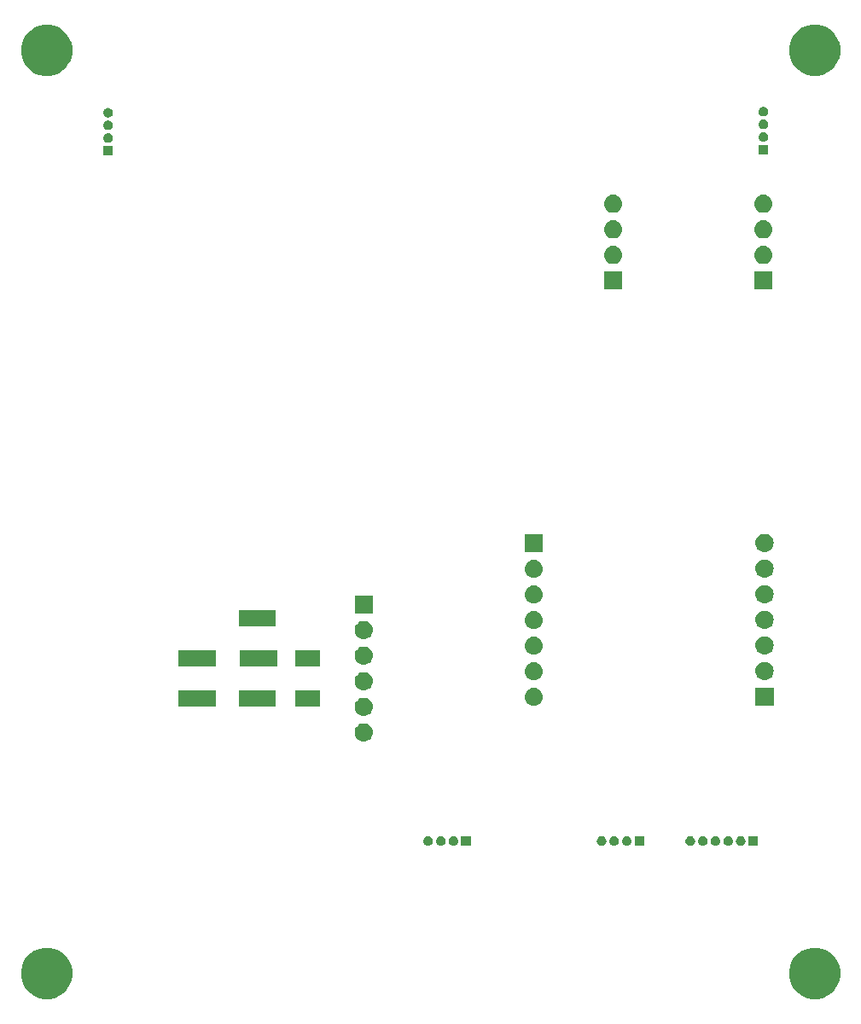
<source format=gbr>
G04 #@! TF.GenerationSoftware,KiCad,Pcbnew,(5.1.2)-2*
G04 #@! TF.CreationDate,2021-05-04T11:05:58-04:00*
G04 #@! TF.ProjectId,Magnetometer_A,4d61676e-6574-46f6-9d65-7465725f412e,rev?*
G04 #@! TF.SameCoordinates,Original*
G04 #@! TF.FileFunction,Soldermask,Top*
G04 #@! TF.FilePolarity,Negative*
%FSLAX46Y46*%
G04 Gerber Fmt 4.6, Leading zero omitted, Abs format (unit mm)*
G04 Created by KiCad (PCBNEW (5.1.2)-2) date 2021-05-04 11:05:58*
%MOMM*%
%LPD*%
G04 APERTURE LIST*
%ADD10C,0.100000*%
G04 APERTURE END LIST*
D10*
G36*
X115844098Y-125297033D02*
G01*
X116308350Y-125489332D01*
X116308352Y-125489333D01*
X116726168Y-125768509D01*
X117081491Y-126123832D01*
X117360667Y-126541648D01*
X117360668Y-126541650D01*
X117552967Y-127005902D01*
X117651000Y-127498747D01*
X117651000Y-128001253D01*
X117552967Y-128494098D01*
X117360668Y-128958350D01*
X117360667Y-128958352D01*
X117081491Y-129376168D01*
X116726168Y-129731491D01*
X116308352Y-130010667D01*
X116308351Y-130010668D01*
X116308350Y-130010668D01*
X115844098Y-130202967D01*
X115351253Y-130301000D01*
X114848747Y-130301000D01*
X114355902Y-130202967D01*
X113891650Y-130010668D01*
X113891649Y-130010668D01*
X113891648Y-130010667D01*
X113473832Y-129731491D01*
X113118509Y-129376168D01*
X112839333Y-128958352D01*
X112839332Y-128958350D01*
X112647033Y-128494098D01*
X112549000Y-128001253D01*
X112549000Y-127498747D01*
X112647033Y-127005902D01*
X112839332Y-126541650D01*
X112839333Y-126541648D01*
X113118509Y-126123832D01*
X113473832Y-125768509D01*
X113891648Y-125489333D01*
X113891650Y-125489332D01*
X114355902Y-125297033D01*
X114848747Y-125199000D01*
X115351253Y-125199000D01*
X115844098Y-125297033D01*
X115844098Y-125297033D01*
G37*
G36*
X39644098Y-125297033D02*
G01*
X40108350Y-125489332D01*
X40108352Y-125489333D01*
X40526168Y-125768509D01*
X40881491Y-126123832D01*
X41160667Y-126541648D01*
X41160668Y-126541650D01*
X41352967Y-127005902D01*
X41451000Y-127498747D01*
X41451000Y-128001253D01*
X41352967Y-128494098D01*
X41160668Y-128958350D01*
X41160667Y-128958352D01*
X40881491Y-129376168D01*
X40526168Y-129731491D01*
X40108352Y-130010667D01*
X40108351Y-130010668D01*
X40108350Y-130010668D01*
X39644098Y-130202967D01*
X39151253Y-130301000D01*
X38648747Y-130301000D01*
X38155902Y-130202967D01*
X37691650Y-130010668D01*
X37691649Y-130010668D01*
X37691648Y-130010667D01*
X37273832Y-129731491D01*
X36918509Y-129376168D01*
X36639333Y-128958352D01*
X36639332Y-128958350D01*
X36447033Y-128494098D01*
X36349000Y-128001253D01*
X36349000Y-127498747D01*
X36447033Y-127005902D01*
X36639332Y-126541650D01*
X36639333Y-126541648D01*
X36918509Y-126123832D01*
X37273832Y-125768509D01*
X37691648Y-125489333D01*
X37691650Y-125489332D01*
X38155902Y-125297033D01*
X38648747Y-125199000D01*
X39151253Y-125199000D01*
X39644098Y-125297033D01*
X39644098Y-125297033D01*
G37*
G36*
X76888843Y-114142292D02*
G01*
X76939588Y-114163311D01*
X76975470Y-114178174D01*
X77053432Y-114230267D01*
X77119733Y-114296568D01*
X77171826Y-114374530D01*
X77171826Y-114374531D01*
X77207708Y-114461157D01*
X77226000Y-114553117D01*
X77226000Y-114646883D01*
X77207708Y-114738843D01*
X77186689Y-114789588D01*
X77171826Y-114825470D01*
X77119733Y-114903432D01*
X77053432Y-114969733D01*
X76975470Y-115021826D01*
X76939588Y-115036689D01*
X76888843Y-115057708D01*
X76796883Y-115076000D01*
X76703117Y-115076000D01*
X76611157Y-115057708D01*
X76560412Y-115036689D01*
X76524530Y-115021826D01*
X76446568Y-114969733D01*
X76380267Y-114903432D01*
X76328174Y-114825470D01*
X76313311Y-114789588D01*
X76292292Y-114738843D01*
X76274000Y-114646883D01*
X76274000Y-114553117D01*
X76292292Y-114461157D01*
X76328174Y-114374531D01*
X76328174Y-114374530D01*
X76380267Y-114296568D01*
X76446568Y-114230267D01*
X76524530Y-114178174D01*
X76560412Y-114163311D01*
X76611157Y-114142292D01*
X76703117Y-114124000D01*
X76796883Y-114124000D01*
X76888843Y-114142292D01*
X76888843Y-114142292D01*
G37*
G36*
X79388843Y-114142292D02*
G01*
X79439588Y-114163311D01*
X79475470Y-114178174D01*
X79553432Y-114230267D01*
X79619733Y-114296568D01*
X79671826Y-114374530D01*
X79671826Y-114374531D01*
X79707708Y-114461157D01*
X79726000Y-114553117D01*
X79726000Y-114646883D01*
X79707708Y-114738843D01*
X79686689Y-114789588D01*
X79671826Y-114825470D01*
X79619733Y-114903432D01*
X79553432Y-114969733D01*
X79475470Y-115021826D01*
X79439588Y-115036689D01*
X79388843Y-115057708D01*
X79296883Y-115076000D01*
X79203117Y-115076000D01*
X79111157Y-115057708D01*
X79060412Y-115036689D01*
X79024530Y-115021826D01*
X78946568Y-114969733D01*
X78880267Y-114903432D01*
X78828174Y-114825470D01*
X78813311Y-114789588D01*
X78792292Y-114738843D01*
X78774000Y-114646883D01*
X78774000Y-114553117D01*
X78792292Y-114461157D01*
X78828174Y-114374531D01*
X78828174Y-114374530D01*
X78880267Y-114296568D01*
X78946568Y-114230267D01*
X79024530Y-114178174D01*
X79060412Y-114163311D01*
X79111157Y-114142292D01*
X79203117Y-114124000D01*
X79296883Y-114124000D01*
X79388843Y-114142292D01*
X79388843Y-114142292D01*
G37*
G36*
X80976000Y-115076000D02*
G01*
X80024000Y-115076000D01*
X80024000Y-114124000D01*
X80976000Y-114124000D01*
X80976000Y-115076000D01*
X80976000Y-115076000D01*
G37*
G36*
X102888843Y-114142292D02*
G01*
X102939588Y-114163311D01*
X102975470Y-114178174D01*
X103053432Y-114230267D01*
X103119733Y-114296568D01*
X103171826Y-114374530D01*
X103171826Y-114374531D01*
X103207708Y-114461157D01*
X103226000Y-114553117D01*
X103226000Y-114646883D01*
X103207708Y-114738843D01*
X103186689Y-114789588D01*
X103171826Y-114825470D01*
X103119733Y-114903432D01*
X103053432Y-114969733D01*
X102975470Y-115021826D01*
X102939588Y-115036689D01*
X102888843Y-115057708D01*
X102796883Y-115076000D01*
X102703117Y-115076000D01*
X102611157Y-115057708D01*
X102560412Y-115036689D01*
X102524530Y-115021826D01*
X102446568Y-114969733D01*
X102380267Y-114903432D01*
X102328174Y-114825470D01*
X102313311Y-114789588D01*
X102292292Y-114738843D01*
X102274000Y-114646883D01*
X102274000Y-114553117D01*
X102292292Y-114461157D01*
X102328174Y-114374531D01*
X102328174Y-114374530D01*
X102380267Y-114296568D01*
X102446568Y-114230267D01*
X102524530Y-114178174D01*
X102560412Y-114163311D01*
X102611157Y-114142292D01*
X102703117Y-114124000D01*
X102796883Y-114124000D01*
X102888843Y-114142292D01*
X102888843Y-114142292D01*
G37*
G36*
X104138843Y-114142292D02*
G01*
X104189588Y-114163311D01*
X104225470Y-114178174D01*
X104303432Y-114230267D01*
X104369733Y-114296568D01*
X104421826Y-114374530D01*
X104421826Y-114374531D01*
X104457708Y-114461157D01*
X104476000Y-114553117D01*
X104476000Y-114646883D01*
X104457708Y-114738843D01*
X104436689Y-114789588D01*
X104421826Y-114825470D01*
X104369733Y-114903432D01*
X104303432Y-114969733D01*
X104225470Y-115021826D01*
X104189588Y-115036689D01*
X104138843Y-115057708D01*
X104046883Y-115076000D01*
X103953117Y-115076000D01*
X103861157Y-115057708D01*
X103810412Y-115036689D01*
X103774530Y-115021826D01*
X103696568Y-114969733D01*
X103630267Y-114903432D01*
X103578174Y-114825470D01*
X103563311Y-114789588D01*
X103542292Y-114738843D01*
X103524000Y-114646883D01*
X103524000Y-114553117D01*
X103542292Y-114461157D01*
X103578174Y-114374531D01*
X103578174Y-114374530D01*
X103630267Y-114296568D01*
X103696568Y-114230267D01*
X103774530Y-114178174D01*
X103810412Y-114163311D01*
X103861157Y-114142292D01*
X103953117Y-114124000D01*
X104046883Y-114124000D01*
X104138843Y-114142292D01*
X104138843Y-114142292D01*
G37*
G36*
X105388843Y-114142292D02*
G01*
X105439588Y-114163311D01*
X105475470Y-114178174D01*
X105553432Y-114230267D01*
X105619733Y-114296568D01*
X105671826Y-114374530D01*
X105671826Y-114374531D01*
X105707708Y-114461157D01*
X105726000Y-114553117D01*
X105726000Y-114646883D01*
X105707708Y-114738843D01*
X105686689Y-114789588D01*
X105671826Y-114825470D01*
X105619733Y-114903432D01*
X105553432Y-114969733D01*
X105475470Y-115021826D01*
X105439588Y-115036689D01*
X105388843Y-115057708D01*
X105296883Y-115076000D01*
X105203117Y-115076000D01*
X105111157Y-115057708D01*
X105060412Y-115036689D01*
X105024530Y-115021826D01*
X104946568Y-114969733D01*
X104880267Y-114903432D01*
X104828174Y-114825470D01*
X104813311Y-114789588D01*
X104792292Y-114738843D01*
X104774000Y-114646883D01*
X104774000Y-114553117D01*
X104792292Y-114461157D01*
X104828174Y-114374531D01*
X104828174Y-114374530D01*
X104880267Y-114296568D01*
X104946568Y-114230267D01*
X105024530Y-114178174D01*
X105060412Y-114163311D01*
X105111157Y-114142292D01*
X105203117Y-114124000D01*
X105296883Y-114124000D01*
X105388843Y-114142292D01*
X105388843Y-114142292D01*
G37*
G36*
X106638843Y-114142292D02*
G01*
X106689588Y-114163311D01*
X106725470Y-114178174D01*
X106803432Y-114230267D01*
X106869733Y-114296568D01*
X106921826Y-114374530D01*
X106921826Y-114374531D01*
X106957708Y-114461157D01*
X106976000Y-114553117D01*
X106976000Y-114646883D01*
X106957708Y-114738843D01*
X106936689Y-114789588D01*
X106921826Y-114825470D01*
X106869733Y-114903432D01*
X106803432Y-114969733D01*
X106725470Y-115021826D01*
X106689588Y-115036689D01*
X106638843Y-115057708D01*
X106546883Y-115076000D01*
X106453117Y-115076000D01*
X106361157Y-115057708D01*
X106310412Y-115036689D01*
X106274530Y-115021826D01*
X106196568Y-114969733D01*
X106130267Y-114903432D01*
X106078174Y-114825470D01*
X106063311Y-114789588D01*
X106042292Y-114738843D01*
X106024000Y-114646883D01*
X106024000Y-114553117D01*
X106042292Y-114461157D01*
X106078174Y-114374531D01*
X106078174Y-114374530D01*
X106130267Y-114296568D01*
X106196568Y-114230267D01*
X106274530Y-114178174D01*
X106310412Y-114163311D01*
X106361157Y-114142292D01*
X106453117Y-114124000D01*
X106546883Y-114124000D01*
X106638843Y-114142292D01*
X106638843Y-114142292D01*
G37*
G36*
X109476000Y-115076000D02*
G01*
X108524000Y-115076000D01*
X108524000Y-114124000D01*
X109476000Y-114124000D01*
X109476000Y-115076000D01*
X109476000Y-115076000D01*
G37*
G36*
X98176000Y-115076000D02*
G01*
X97224000Y-115076000D01*
X97224000Y-114124000D01*
X98176000Y-114124000D01*
X98176000Y-115076000D01*
X98176000Y-115076000D01*
G37*
G36*
X96588843Y-114142292D02*
G01*
X96639588Y-114163311D01*
X96675470Y-114178174D01*
X96753432Y-114230267D01*
X96819733Y-114296568D01*
X96871826Y-114374530D01*
X96871826Y-114374531D01*
X96907708Y-114461157D01*
X96926000Y-114553117D01*
X96926000Y-114646883D01*
X96907708Y-114738843D01*
X96886689Y-114789588D01*
X96871826Y-114825470D01*
X96819733Y-114903432D01*
X96753432Y-114969733D01*
X96675470Y-115021826D01*
X96639588Y-115036689D01*
X96588843Y-115057708D01*
X96496883Y-115076000D01*
X96403117Y-115076000D01*
X96311157Y-115057708D01*
X96260412Y-115036689D01*
X96224530Y-115021826D01*
X96146568Y-114969733D01*
X96080267Y-114903432D01*
X96028174Y-114825470D01*
X96013311Y-114789588D01*
X95992292Y-114738843D01*
X95974000Y-114646883D01*
X95974000Y-114553117D01*
X95992292Y-114461157D01*
X96028174Y-114374531D01*
X96028174Y-114374530D01*
X96080267Y-114296568D01*
X96146568Y-114230267D01*
X96224530Y-114178174D01*
X96260412Y-114163311D01*
X96311157Y-114142292D01*
X96403117Y-114124000D01*
X96496883Y-114124000D01*
X96588843Y-114142292D01*
X96588843Y-114142292D01*
G37*
G36*
X95338843Y-114142292D02*
G01*
X95389588Y-114163311D01*
X95425470Y-114178174D01*
X95503432Y-114230267D01*
X95569733Y-114296568D01*
X95621826Y-114374530D01*
X95621826Y-114374531D01*
X95657708Y-114461157D01*
X95676000Y-114553117D01*
X95676000Y-114646883D01*
X95657708Y-114738843D01*
X95636689Y-114789588D01*
X95621826Y-114825470D01*
X95569733Y-114903432D01*
X95503432Y-114969733D01*
X95425470Y-115021826D01*
X95389588Y-115036689D01*
X95338843Y-115057708D01*
X95246883Y-115076000D01*
X95153117Y-115076000D01*
X95061157Y-115057708D01*
X95010412Y-115036689D01*
X94974530Y-115021826D01*
X94896568Y-114969733D01*
X94830267Y-114903432D01*
X94778174Y-114825470D01*
X94763311Y-114789588D01*
X94742292Y-114738843D01*
X94724000Y-114646883D01*
X94724000Y-114553117D01*
X94742292Y-114461157D01*
X94778174Y-114374531D01*
X94778174Y-114374530D01*
X94830267Y-114296568D01*
X94896568Y-114230267D01*
X94974530Y-114178174D01*
X95010412Y-114163311D01*
X95061157Y-114142292D01*
X95153117Y-114124000D01*
X95246883Y-114124000D01*
X95338843Y-114142292D01*
X95338843Y-114142292D01*
G37*
G36*
X94088843Y-114142292D02*
G01*
X94139588Y-114163311D01*
X94175470Y-114178174D01*
X94253432Y-114230267D01*
X94319733Y-114296568D01*
X94371826Y-114374530D01*
X94371826Y-114374531D01*
X94407708Y-114461157D01*
X94426000Y-114553117D01*
X94426000Y-114646883D01*
X94407708Y-114738843D01*
X94386689Y-114789588D01*
X94371826Y-114825470D01*
X94319733Y-114903432D01*
X94253432Y-114969733D01*
X94175470Y-115021826D01*
X94139588Y-115036689D01*
X94088843Y-115057708D01*
X93996883Y-115076000D01*
X93903117Y-115076000D01*
X93811157Y-115057708D01*
X93760412Y-115036689D01*
X93724530Y-115021826D01*
X93646568Y-114969733D01*
X93580267Y-114903432D01*
X93528174Y-114825470D01*
X93513311Y-114789588D01*
X93492292Y-114738843D01*
X93474000Y-114646883D01*
X93474000Y-114553117D01*
X93492292Y-114461157D01*
X93528174Y-114374531D01*
X93528174Y-114374530D01*
X93580267Y-114296568D01*
X93646568Y-114230267D01*
X93724530Y-114178174D01*
X93760412Y-114163311D01*
X93811157Y-114142292D01*
X93903117Y-114124000D01*
X93996883Y-114124000D01*
X94088843Y-114142292D01*
X94088843Y-114142292D01*
G37*
G36*
X107888843Y-114142292D02*
G01*
X107939588Y-114163311D01*
X107975470Y-114178174D01*
X108053432Y-114230267D01*
X108119733Y-114296568D01*
X108171826Y-114374530D01*
X108171826Y-114374531D01*
X108207708Y-114461157D01*
X108226000Y-114553117D01*
X108226000Y-114646883D01*
X108207708Y-114738843D01*
X108186689Y-114789588D01*
X108171826Y-114825470D01*
X108119733Y-114903432D01*
X108053432Y-114969733D01*
X107975470Y-115021826D01*
X107939588Y-115036689D01*
X107888843Y-115057708D01*
X107796883Y-115076000D01*
X107703117Y-115076000D01*
X107611157Y-115057708D01*
X107560412Y-115036689D01*
X107524530Y-115021826D01*
X107446568Y-114969733D01*
X107380267Y-114903432D01*
X107328174Y-114825470D01*
X107313311Y-114789588D01*
X107292292Y-114738843D01*
X107274000Y-114646883D01*
X107274000Y-114553117D01*
X107292292Y-114461157D01*
X107328174Y-114374531D01*
X107328174Y-114374530D01*
X107380267Y-114296568D01*
X107446568Y-114230267D01*
X107524530Y-114178174D01*
X107560412Y-114163311D01*
X107611157Y-114142292D01*
X107703117Y-114124000D01*
X107796883Y-114124000D01*
X107888843Y-114142292D01*
X107888843Y-114142292D01*
G37*
G36*
X78138843Y-114142292D02*
G01*
X78189588Y-114163311D01*
X78225470Y-114178174D01*
X78303432Y-114230267D01*
X78369733Y-114296568D01*
X78421826Y-114374530D01*
X78421826Y-114374531D01*
X78457708Y-114461157D01*
X78476000Y-114553117D01*
X78476000Y-114646883D01*
X78457708Y-114738843D01*
X78436689Y-114789588D01*
X78421826Y-114825470D01*
X78369733Y-114903432D01*
X78303432Y-114969733D01*
X78225470Y-115021826D01*
X78189588Y-115036689D01*
X78138843Y-115057708D01*
X78046883Y-115076000D01*
X77953117Y-115076000D01*
X77861157Y-115057708D01*
X77810412Y-115036689D01*
X77774530Y-115021826D01*
X77696568Y-114969733D01*
X77630267Y-114903432D01*
X77578174Y-114825470D01*
X77563311Y-114789588D01*
X77542292Y-114738843D01*
X77524000Y-114646883D01*
X77524000Y-114553117D01*
X77542292Y-114461157D01*
X77578174Y-114374531D01*
X77578174Y-114374530D01*
X77630267Y-114296568D01*
X77696568Y-114230267D01*
X77774530Y-114178174D01*
X77810412Y-114163311D01*
X77861157Y-114142292D01*
X77953117Y-114124000D01*
X78046883Y-114124000D01*
X78138843Y-114142292D01*
X78138843Y-114142292D01*
G37*
G36*
X70460443Y-102935519D02*
G01*
X70526627Y-102942037D01*
X70696466Y-102993557D01*
X70852991Y-103077222D01*
X70888729Y-103106552D01*
X70990186Y-103189814D01*
X71073448Y-103291271D01*
X71102778Y-103327009D01*
X71186443Y-103483534D01*
X71237963Y-103653373D01*
X71255359Y-103830000D01*
X71237963Y-104006627D01*
X71186443Y-104176466D01*
X71102778Y-104332991D01*
X71073448Y-104368729D01*
X70990186Y-104470186D01*
X70888729Y-104553448D01*
X70852991Y-104582778D01*
X70696466Y-104666443D01*
X70526627Y-104717963D01*
X70460443Y-104724481D01*
X70394260Y-104731000D01*
X70305740Y-104731000D01*
X70239557Y-104724481D01*
X70173373Y-104717963D01*
X70003534Y-104666443D01*
X69847009Y-104582778D01*
X69811271Y-104553448D01*
X69709814Y-104470186D01*
X69626552Y-104368729D01*
X69597222Y-104332991D01*
X69513557Y-104176466D01*
X69462037Y-104006627D01*
X69444641Y-103830000D01*
X69462037Y-103653373D01*
X69513557Y-103483534D01*
X69597222Y-103327009D01*
X69626552Y-103291271D01*
X69709814Y-103189814D01*
X69811271Y-103106552D01*
X69847009Y-103077222D01*
X70003534Y-102993557D01*
X70173373Y-102942037D01*
X70239558Y-102935518D01*
X70305740Y-102929000D01*
X70394260Y-102929000D01*
X70460443Y-102935519D01*
X70460443Y-102935519D01*
G37*
G36*
X70460442Y-100395518D02*
G01*
X70526627Y-100402037D01*
X70696466Y-100453557D01*
X70852991Y-100537222D01*
X70888729Y-100566552D01*
X70990186Y-100649814D01*
X71073448Y-100751271D01*
X71102778Y-100787009D01*
X71186443Y-100943534D01*
X71237963Y-101113373D01*
X71255359Y-101290000D01*
X71237963Y-101466627D01*
X71186443Y-101636466D01*
X71102778Y-101792991D01*
X71073448Y-101828729D01*
X70990186Y-101930186D01*
X70888729Y-102013448D01*
X70852991Y-102042778D01*
X70696466Y-102126443D01*
X70526627Y-102177963D01*
X70460443Y-102184481D01*
X70394260Y-102191000D01*
X70305740Y-102191000D01*
X70239557Y-102184481D01*
X70173373Y-102177963D01*
X70003534Y-102126443D01*
X69847009Y-102042778D01*
X69811271Y-102013448D01*
X69709814Y-101930186D01*
X69626552Y-101828729D01*
X69597222Y-101792991D01*
X69513557Y-101636466D01*
X69462037Y-101466627D01*
X69444641Y-101290000D01*
X69462037Y-101113373D01*
X69513557Y-100943534D01*
X69597222Y-100787009D01*
X69626552Y-100751271D01*
X69709814Y-100649814D01*
X69811271Y-100566552D01*
X69847009Y-100537222D01*
X70003534Y-100453557D01*
X70173373Y-100402037D01*
X70239558Y-100395518D01*
X70305740Y-100389000D01*
X70394260Y-100389000D01*
X70460442Y-100395518D01*
X70460442Y-100395518D01*
G37*
G36*
X55651000Y-101301000D02*
G01*
X51949000Y-101301000D01*
X51949000Y-99699000D01*
X55651000Y-99699000D01*
X55651000Y-101301000D01*
X55651000Y-101301000D01*
G37*
G36*
X61651000Y-101301000D02*
G01*
X57949000Y-101301000D01*
X57949000Y-99699000D01*
X61651000Y-99699000D01*
X61651000Y-101301000D01*
X61651000Y-101301000D01*
G37*
G36*
X66001000Y-101301000D02*
G01*
X63599000Y-101301000D01*
X63599000Y-99699000D01*
X66001000Y-99699000D01*
X66001000Y-101301000D01*
X66001000Y-101301000D01*
G37*
G36*
X87330442Y-99415518D02*
G01*
X87396627Y-99422037D01*
X87566466Y-99473557D01*
X87722991Y-99557222D01*
X87758595Y-99586442D01*
X87860186Y-99669814D01*
X87943448Y-99771271D01*
X87972778Y-99807009D01*
X88056443Y-99963534D01*
X88107963Y-100133373D01*
X88125359Y-100310000D01*
X88107963Y-100486627D01*
X88056443Y-100656466D01*
X87972778Y-100812991D01*
X87943448Y-100848729D01*
X87860186Y-100950186D01*
X87758729Y-101033448D01*
X87722991Y-101062778D01*
X87566466Y-101146443D01*
X87396627Y-101197963D01*
X87330443Y-101204481D01*
X87264260Y-101211000D01*
X87175740Y-101211000D01*
X87109557Y-101204481D01*
X87043373Y-101197963D01*
X86873534Y-101146443D01*
X86717009Y-101062778D01*
X86681271Y-101033448D01*
X86579814Y-100950186D01*
X86496552Y-100848729D01*
X86467222Y-100812991D01*
X86383557Y-100656466D01*
X86332037Y-100486627D01*
X86314641Y-100310000D01*
X86332037Y-100133373D01*
X86383557Y-99963534D01*
X86467222Y-99807009D01*
X86496552Y-99771271D01*
X86579814Y-99669814D01*
X86681405Y-99586442D01*
X86717009Y-99557222D01*
X86873534Y-99473557D01*
X87043373Y-99422037D01*
X87109558Y-99415518D01*
X87175740Y-99409000D01*
X87264260Y-99409000D01*
X87330442Y-99415518D01*
X87330442Y-99415518D01*
G37*
G36*
X111021000Y-101181000D02*
G01*
X109219000Y-101181000D01*
X109219000Y-99379000D01*
X111021000Y-99379000D01*
X111021000Y-101181000D01*
X111021000Y-101181000D01*
G37*
G36*
X70460443Y-97855519D02*
G01*
X70526627Y-97862037D01*
X70696466Y-97913557D01*
X70852991Y-97997222D01*
X70888729Y-98026552D01*
X70990186Y-98109814D01*
X71073448Y-98211271D01*
X71102778Y-98247009D01*
X71186443Y-98403534D01*
X71237963Y-98573373D01*
X71255359Y-98750000D01*
X71237963Y-98926627D01*
X71186443Y-99096466D01*
X71102778Y-99252991D01*
X71073448Y-99288729D01*
X70990186Y-99390186D01*
X70888729Y-99473448D01*
X70852991Y-99502778D01*
X70696466Y-99586443D01*
X70526627Y-99637963D01*
X70460443Y-99644481D01*
X70394260Y-99651000D01*
X70305740Y-99651000D01*
X70239557Y-99644481D01*
X70173373Y-99637963D01*
X70003534Y-99586443D01*
X69847009Y-99502778D01*
X69811271Y-99473448D01*
X69709814Y-99390186D01*
X69626552Y-99288729D01*
X69597222Y-99252991D01*
X69513557Y-99096466D01*
X69462037Y-98926627D01*
X69444641Y-98750000D01*
X69462037Y-98573373D01*
X69513557Y-98403534D01*
X69597222Y-98247009D01*
X69626552Y-98211271D01*
X69709814Y-98109814D01*
X69811271Y-98026552D01*
X69847009Y-97997222D01*
X70003534Y-97913557D01*
X70173373Y-97862037D01*
X70239557Y-97855519D01*
X70305740Y-97849000D01*
X70394260Y-97849000D01*
X70460443Y-97855519D01*
X70460443Y-97855519D01*
G37*
G36*
X87330443Y-96875519D02*
G01*
X87396627Y-96882037D01*
X87566466Y-96933557D01*
X87722991Y-97017222D01*
X87758595Y-97046442D01*
X87860186Y-97129814D01*
X87943448Y-97231271D01*
X87972778Y-97267009D01*
X87972779Y-97267011D01*
X88040407Y-97393532D01*
X88056443Y-97423534D01*
X88107963Y-97593373D01*
X88125359Y-97770000D01*
X88107963Y-97946627D01*
X88056443Y-98116466D01*
X87972778Y-98272991D01*
X87943448Y-98308729D01*
X87860186Y-98410186D01*
X87759546Y-98492778D01*
X87722991Y-98522778D01*
X87722989Y-98522779D01*
X87622594Y-98576442D01*
X87566466Y-98606443D01*
X87396627Y-98657963D01*
X87330442Y-98664482D01*
X87264260Y-98671000D01*
X87175740Y-98671000D01*
X87109558Y-98664482D01*
X87043373Y-98657963D01*
X86873534Y-98606443D01*
X86817407Y-98576442D01*
X86717011Y-98522779D01*
X86717009Y-98522778D01*
X86680454Y-98492778D01*
X86579814Y-98410186D01*
X86496552Y-98308729D01*
X86467222Y-98272991D01*
X86383557Y-98116466D01*
X86332037Y-97946627D01*
X86314641Y-97770000D01*
X86332037Y-97593373D01*
X86383557Y-97423534D01*
X86399594Y-97393532D01*
X86467221Y-97267011D01*
X86467222Y-97267009D01*
X86496552Y-97231271D01*
X86579814Y-97129814D01*
X86681405Y-97046442D01*
X86717009Y-97017222D01*
X86873534Y-96933557D01*
X87043373Y-96882037D01*
X87109557Y-96875519D01*
X87175740Y-96869000D01*
X87264260Y-96869000D01*
X87330443Y-96875519D01*
X87330443Y-96875519D01*
G37*
G36*
X110230442Y-96845518D02*
G01*
X110296627Y-96852037D01*
X110466466Y-96903557D01*
X110466468Y-96903558D01*
X110544729Y-96945390D01*
X110622991Y-96987222D01*
X110658729Y-97016552D01*
X110760186Y-97099814D01*
X110843448Y-97201271D01*
X110872778Y-97237009D01*
X110956443Y-97393534D01*
X111007963Y-97563373D01*
X111025359Y-97740000D01*
X111007963Y-97916627D01*
X110956443Y-98086466D01*
X110956442Y-98086468D01*
X110914611Y-98164728D01*
X110872778Y-98242991D01*
X110848159Y-98272989D01*
X110760186Y-98380186D01*
X110658729Y-98463448D01*
X110622991Y-98492778D01*
X110466466Y-98576443D01*
X110296627Y-98627963D01*
X110230443Y-98634481D01*
X110164260Y-98641000D01*
X110075740Y-98641000D01*
X110009558Y-98634482D01*
X109943373Y-98627963D01*
X109773534Y-98576443D01*
X109617009Y-98492778D01*
X109581271Y-98463448D01*
X109479814Y-98380186D01*
X109391841Y-98272989D01*
X109367222Y-98242991D01*
X109325390Y-98164729D01*
X109283558Y-98086468D01*
X109283557Y-98086466D01*
X109232037Y-97916627D01*
X109214641Y-97740000D01*
X109232037Y-97563373D01*
X109283557Y-97393534D01*
X109367222Y-97237009D01*
X109396552Y-97201271D01*
X109479814Y-97099814D01*
X109581271Y-97016552D01*
X109617009Y-96987222D01*
X109695271Y-96945390D01*
X109773532Y-96903558D01*
X109773534Y-96903557D01*
X109943373Y-96852037D01*
X110009558Y-96845518D01*
X110075740Y-96839000D01*
X110164260Y-96839000D01*
X110230442Y-96845518D01*
X110230442Y-96845518D01*
G37*
G36*
X55651000Y-97301000D02*
G01*
X51949000Y-97301000D01*
X51949000Y-95699000D01*
X55651000Y-95699000D01*
X55651000Y-97301000D01*
X55651000Y-97301000D01*
G37*
G36*
X66001000Y-97301000D02*
G01*
X63599000Y-97301000D01*
X63599000Y-95699000D01*
X66001000Y-95699000D01*
X66001000Y-97301000D01*
X66001000Y-97301000D01*
G37*
G36*
X61751000Y-97301000D02*
G01*
X58049000Y-97301000D01*
X58049000Y-95699000D01*
X61751000Y-95699000D01*
X61751000Y-97301000D01*
X61751000Y-97301000D01*
G37*
G36*
X70460443Y-95315519D02*
G01*
X70526627Y-95322037D01*
X70696466Y-95373557D01*
X70852991Y-95457222D01*
X70888729Y-95486552D01*
X70990186Y-95569814D01*
X71073448Y-95671271D01*
X71102778Y-95707009D01*
X71186443Y-95863534D01*
X71237963Y-96033373D01*
X71255359Y-96210000D01*
X71237963Y-96386627D01*
X71186443Y-96556466D01*
X71102778Y-96712991D01*
X71073448Y-96748729D01*
X70990186Y-96850186D01*
X70888729Y-96933448D01*
X70852991Y-96962778D01*
X70696466Y-97046443D01*
X70526627Y-97097963D01*
X70460442Y-97104482D01*
X70394260Y-97111000D01*
X70305740Y-97111000D01*
X70239558Y-97104482D01*
X70173373Y-97097963D01*
X70003534Y-97046443D01*
X69847009Y-96962778D01*
X69811271Y-96933448D01*
X69709814Y-96850186D01*
X69626552Y-96748729D01*
X69597222Y-96712991D01*
X69513557Y-96556466D01*
X69462037Y-96386627D01*
X69444641Y-96210000D01*
X69462037Y-96033373D01*
X69513557Y-95863534D01*
X69597222Y-95707009D01*
X69626552Y-95671271D01*
X69709814Y-95569814D01*
X69811271Y-95486552D01*
X69847009Y-95457222D01*
X70003534Y-95373557D01*
X70173373Y-95322037D01*
X70239557Y-95315519D01*
X70305740Y-95309000D01*
X70394260Y-95309000D01*
X70460443Y-95315519D01*
X70460443Y-95315519D01*
G37*
G36*
X87330442Y-94335518D02*
G01*
X87396627Y-94342037D01*
X87566466Y-94393557D01*
X87722991Y-94477222D01*
X87758595Y-94506442D01*
X87860186Y-94589814D01*
X87943448Y-94691271D01*
X87972778Y-94727009D01*
X87972779Y-94727011D01*
X88040407Y-94853532D01*
X88056443Y-94883534D01*
X88107963Y-95053373D01*
X88125359Y-95230000D01*
X88107963Y-95406627D01*
X88056443Y-95576466D01*
X87972778Y-95732991D01*
X87943448Y-95768729D01*
X87860186Y-95870186D01*
X87759546Y-95952778D01*
X87722991Y-95982778D01*
X87722989Y-95982779D01*
X87622594Y-96036442D01*
X87566466Y-96066443D01*
X87396627Y-96117963D01*
X87330442Y-96124482D01*
X87264260Y-96131000D01*
X87175740Y-96131000D01*
X87109558Y-96124482D01*
X87043373Y-96117963D01*
X86873534Y-96066443D01*
X86817407Y-96036442D01*
X86717011Y-95982779D01*
X86717009Y-95982778D01*
X86680454Y-95952778D01*
X86579814Y-95870186D01*
X86496552Y-95768729D01*
X86467222Y-95732991D01*
X86383557Y-95576466D01*
X86332037Y-95406627D01*
X86314641Y-95230000D01*
X86332037Y-95053373D01*
X86383557Y-94883534D01*
X86399594Y-94853532D01*
X86467221Y-94727011D01*
X86467222Y-94727009D01*
X86496552Y-94691271D01*
X86579814Y-94589814D01*
X86681405Y-94506442D01*
X86717009Y-94477222D01*
X86873534Y-94393557D01*
X87043373Y-94342037D01*
X87109558Y-94335518D01*
X87175740Y-94329000D01*
X87264260Y-94329000D01*
X87330442Y-94335518D01*
X87330442Y-94335518D01*
G37*
G36*
X110230443Y-94305519D02*
G01*
X110296627Y-94312037D01*
X110466466Y-94363557D01*
X110466468Y-94363558D01*
X110544729Y-94405390D01*
X110622991Y-94447222D01*
X110658729Y-94476552D01*
X110760186Y-94559814D01*
X110843448Y-94661271D01*
X110872778Y-94697009D01*
X110956443Y-94853534D01*
X111007963Y-95023373D01*
X111025359Y-95200000D01*
X111007963Y-95376627D01*
X110956443Y-95546466D01*
X110956442Y-95546468D01*
X110914610Y-95624729D01*
X110872778Y-95702991D01*
X110848159Y-95732989D01*
X110760186Y-95840186D01*
X110658729Y-95923448D01*
X110622991Y-95952778D01*
X110466466Y-96036443D01*
X110296627Y-96087963D01*
X110230443Y-96094481D01*
X110164260Y-96101000D01*
X110075740Y-96101000D01*
X110009557Y-96094481D01*
X109943373Y-96087963D01*
X109773534Y-96036443D01*
X109617009Y-95952778D01*
X109581271Y-95923448D01*
X109479814Y-95840186D01*
X109391841Y-95732989D01*
X109367222Y-95702991D01*
X109325390Y-95624729D01*
X109283558Y-95546468D01*
X109283557Y-95546466D01*
X109232037Y-95376627D01*
X109214641Y-95200000D01*
X109232037Y-95023373D01*
X109283557Y-94853534D01*
X109367222Y-94697009D01*
X109396552Y-94661271D01*
X109479814Y-94559814D01*
X109581271Y-94476552D01*
X109617009Y-94447222D01*
X109695271Y-94405390D01*
X109773532Y-94363558D01*
X109773534Y-94363557D01*
X109943373Y-94312037D01*
X110009557Y-94305519D01*
X110075740Y-94299000D01*
X110164260Y-94299000D01*
X110230443Y-94305519D01*
X110230443Y-94305519D01*
G37*
G36*
X70460442Y-92775518D02*
G01*
X70526627Y-92782037D01*
X70696466Y-92833557D01*
X70852991Y-92917222D01*
X70888729Y-92946552D01*
X70990186Y-93029814D01*
X71073448Y-93131271D01*
X71102778Y-93167009D01*
X71186443Y-93323534D01*
X71237963Y-93493373D01*
X71255359Y-93670000D01*
X71237963Y-93846627D01*
X71186443Y-94016466D01*
X71102778Y-94172991D01*
X71073448Y-94208729D01*
X70990186Y-94310186D01*
X70888729Y-94393448D01*
X70852991Y-94422778D01*
X70696466Y-94506443D01*
X70526627Y-94557963D01*
X70460442Y-94564482D01*
X70394260Y-94571000D01*
X70305740Y-94571000D01*
X70239558Y-94564482D01*
X70173373Y-94557963D01*
X70003534Y-94506443D01*
X69847009Y-94422778D01*
X69811271Y-94393448D01*
X69709814Y-94310186D01*
X69626552Y-94208729D01*
X69597222Y-94172991D01*
X69513557Y-94016466D01*
X69462037Y-93846627D01*
X69444641Y-93670000D01*
X69462037Y-93493373D01*
X69513557Y-93323534D01*
X69597222Y-93167009D01*
X69626552Y-93131271D01*
X69709814Y-93029814D01*
X69811271Y-92946552D01*
X69847009Y-92917222D01*
X70003534Y-92833557D01*
X70173373Y-92782037D01*
X70239558Y-92775518D01*
X70305740Y-92769000D01*
X70394260Y-92769000D01*
X70460442Y-92775518D01*
X70460442Y-92775518D01*
G37*
G36*
X87330443Y-91795519D02*
G01*
X87396627Y-91802037D01*
X87566466Y-91853557D01*
X87722991Y-91937222D01*
X87758729Y-91966552D01*
X87860186Y-92049814D01*
X87943448Y-92151271D01*
X87972778Y-92187009D01*
X87972779Y-92187011D01*
X88040407Y-92313532D01*
X88056443Y-92343534D01*
X88107963Y-92513373D01*
X88125359Y-92690000D01*
X88107963Y-92866627D01*
X88056443Y-93036466D01*
X87972778Y-93192991D01*
X87943448Y-93228729D01*
X87860186Y-93330186D01*
X87759546Y-93412778D01*
X87722991Y-93442778D01*
X87722989Y-93442779D01*
X87622594Y-93496442D01*
X87566466Y-93526443D01*
X87396627Y-93577963D01*
X87330443Y-93584481D01*
X87264260Y-93591000D01*
X87175740Y-93591000D01*
X87109557Y-93584481D01*
X87043373Y-93577963D01*
X86873534Y-93526443D01*
X86817407Y-93496442D01*
X86717011Y-93442779D01*
X86717009Y-93442778D01*
X86680454Y-93412778D01*
X86579814Y-93330186D01*
X86496552Y-93228729D01*
X86467222Y-93192991D01*
X86383557Y-93036466D01*
X86332037Y-92866627D01*
X86314641Y-92690000D01*
X86332037Y-92513373D01*
X86383557Y-92343534D01*
X86399594Y-92313532D01*
X86467221Y-92187011D01*
X86467222Y-92187009D01*
X86496552Y-92151271D01*
X86579814Y-92049814D01*
X86681271Y-91966552D01*
X86717009Y-91937222D01*
X86873534Y-91853557D01*
X87043373Y-91802037D01*
X87109557Y-91795519D01*
X87175740Y-91789000D01*
X87264260Y-91789000D01*
X87330443Y-91795519D01*
X87330443Y-91795519D01*
G37*
G36*
X110230443Y-91765519D02*
G01*
X110296627Y-91772037D01*
X110466466Y-91823557D01*
X110466468Y-91823558D01*
X110544729Y-91865390D01*
X110622991Y-91907222D01*
X110658729Y-91936552D01*
X110760186Y-92019814D01*
X110843448Y-92121271D01*
X110872778Y-92157009D01*
X110956443Y-92313534D01*
X111007963Y-92483373D01*
X111025359Y-92660000D01*
X111007963Y-92836627D01*
X110956443Y-93006466D01*
X110956442Y-93006468D01*
X110914610Y-93084729D01*
X110872778Y-93162991D01*
X110848159Y-93192989D01*
X110760186Y-93300186D01*
X110658729Y-93383448D01*
X110622991Y-93412778D01*
X110466466Y-93496443D01*
X110296627Y-93547963D01*
X110230443Y-93554481D01*
X110164260Y-93561000D01*
X110075740Y-93561000D01*
X110009557Y-93554481D01*
X109943373Y-93547963D01*
X109773534Y-93496443D01*
X109617009Y-93412778D01*
X109581271Y-93383448D01*
X109479814Y-93300186D01*
X109391841Y-93192989D01*
X109367222Y-93162991D01*
X109325390Y-93084729D01*
X109283558Y-93006468D01*
X109283557Y-93006466D01*
X109232037Y-92836627D01*
X109214641Y-92660000D01*
X109232037Y-92483373D01*
X109283557Y-92313534D01*
X109367222Y-92157009D01*
X109396552Y-92121271D01*
X109479814Y-92019814D01*
X109581271Y-91936552D01*
X109617009Y-91907222D01*
X109695271Y-91865390D01*
X109773532Y-91823558D01*
X109773534Y-91823557D01*
X109943373Y-91772037D01*
X110009557Y-91765519D01*
X110075740Y-91759000D01*
X110164260Y-91759000D01*
X110230443Y-91765519D01*
X110230443Y-91765519D01*
G37*
G36*
X61651000Y-93301000D02*
G01*
X57949000Y-93301000D01*
X57949000Y-91699000D01*
X61651000Y-91699000D01*
X61651000Y-93301000D01*
X61651000Y-93301000D01*
G37*
G36*
X71251000Y-92031000D02*
G01*
X69449000Y-92031000D01*
X69449000Y-90229000D01*
X71251000Y-90229000D01*
X71251000Y-92031000D01*
X71251000Y-92031000D01*
G37*
G36*
X87330442Y-89255518D02*
G01*
X87396627Y-89262037D01*
X87566466Y-89313557D01*
X87722991Y-89397222D01*
X87758729Y-89426552D01*
X87860186Y-89509814D01*
X87943448Y-89611271D01*
X87972778Y-89647009D01*
X87972779Y-89647011D01*
X88040407Y-89773532D01*
X88056443Y-89803534D01*
X88107963Y-89973373D01*
X88125359Y-90150000D01*
X88107963Y-90326627D01*
X88056443Y-90496466D01*
X87972778Y-90652991D01*
X87943448Y-90688729D01*
X87860186Y-90790186D01*
X87759546Y-90872778D01*
X87722991Y-90902778D01*
X87722989Y-90902779D01*
X87622594Y-90956442D01*
X87566466Y-90986443D01*
X87396627Y-91037963D01*
X87330443Y-91044481D01*
X87264260Y-91051000D01*
X87175740Y-91051000D01*
X87109557Y-91044481D01*
X87043373Y-91037963D01*
X86873534Y-90986443D01*
X86817407Y-90956442D01*
X86717011Y-90902779D01*
X86717009Y-90902778D01*
X86680454Y-90872778D01*
X86579814Y-90790186D01*
X86496552Y-90688729D01*
X86467222Y-90652991D01*
X86383557Y-90496466D01*
X86332037Y-90326627D01*
X86314641Y-90150000D01*
X86332037Y-89973373D01*
X86383557Y-89803534D01*
X86399594Y-89773532D01*
X86467221Y-89647011D01*
X86467222Y-89647009D01*
X86496552Y-89611271D01*
X86579814Y-89509814D01*
X86681271Y-89426552D01*
X86717009Y-89397222D01*
X86873534Y-89313557D01*
X87043373Y-89262037D01*
X87109558Y-89255518D01*
X87175740Y-89249000D01*
X87264260Y-89249000D01*
X87330442Y-89255518D01*
X87330442Y-89255518D01*
G37*
G36*
X110230443Y-89225519D02*
G01*
X110296627Y-89232037D01*
X110466466Y-89283557D01*
X110466468Y-89283558D01*
X110544729Y-89325390D01*
X110622991Y-89367222D01*
X110658729Y-89396552D01*
X110760186Y-89479814D01*
X110843448Y-89581271D01*
X110872778Y-89617009D01*
X110956443Y-89773534D01*
X111007963Y-89943373D01*
X111025359Y-90120000D01*
X111007963Y-90296627D01*
X110956443Y-90466466D01*
X110956442Y-90466468D01*
X110914611Y-90544728D01*
X110872778Y-90622991D01*
X110848159Y-90652989D01*
X110760186Y-90760186D01*
X110658729Y-90843448D01*
X110622991Y-90872778D01*
X110466466Y-90956443D01*
X110296627Y-91007963D01*
X110230443Y-91014481D01*
X110164260Y-91021000D01*
X110075740Y-91021000D01*
X110009557Y-91014481D01*
X109943373Y-91007963D01*
X109773534Y-90956443D01*
X109617009Y-90872778D01*
X109581271Y-90843448D01*
X109479814Y-90760186D01*
X109391841Y-90652989D01*
X109367222Y-90622991D01*
X109325390Y-90544729D01*
X109283558Y-90466468D01*
X109283557Y-90466466D01*
X109232037Y-90296627D01*
X109214641Y-90120000D01*
X109232037Y-89943373D01*
X109283557Y-89773534D01*
X109367222Y-89617009D01*
X109396552Y-89581271D01*
X109479814Y-89479814D01*
X109581271Y-89396552D01*
X109617009Y-89367222D01*
X109695272Y-89325389D01*
X109773532Y-89283558D01*
X109773534Y-89283557D01*
X109943373Y-89232037D01*
X110009557Y-89225519D01*
X110075740Y-89219000D01*
X110164260Y-89219000D01*
X110230443Y-89225519D01*
X110230443Y-89225519D01*
G37*
G36*
X87330443Y-86715519D02*
G01*
X87396627Y-86722037D01*
X87566466Y-86773557D01*
X87722991Y-86857222D01*
X87758729Y-86886552D01*
X87860186Y-86969814D01*
X87943448Y-87071271D01*
X87972778Y-87107009D01*
X87972779Y-87107011D01*
X88040407Y-87233532D01*
X88056443Y-87263534D01*
X88107963Y-87433373D01*
X88125359Y-87610000D01*
X88107963Y-87786627D01*
X88056443Y-87956466D01*
X87972778Y-88112991D01*
X87943448Y-88148729D01*
X87860186Y-88250186D01*
X87759546Y-88332778D01*
X87722991Y-88362778D01*
X87722989Y-88362779D01*
X87622594Y-88416442D01*
X87566466Y-88446443D01*
X87396627Y-88497963D01*
X87330442Y-88504482D01*
X87264260Y-88511000D01*
X87175740Y-88511000D01*
X87109558Y-88504482D01*
X87043373Y-88497963D01*
X86873534Y-88446443D01*
X86817407Y-88416442D01*
X86717011Y-88362779D01*
X86717009Y-88362778D01*
X86680454Y-88332778D01*
X86579814Y-88250186D01*
X86496552Y-88148729D01*
X86467222Y-88112991D01*
X86383557Y-87956466D01*
X86332037Y-87786627D01*
X86314641Y-87610000D01*
X86332037Y-87433373D01*
X86383557Y-87263534D01*
X86399594Y-87233532D01*
X86467221Y-87107011D01*
X86467222Y-87107009D01*
X86496552Y-87071271D01*
X86579814Y-86969814D01*
X86681271Y-86886552D01*
X86717009Y-86857222D01*
X86873534Y-86773557D01*
X87043373Y-86722037D01*
X87109557Y-86715519D01*
X87175740Y-86709000D01*
X87264260Y-86709000D01*
X87330443Y-86715519D01*
X87330443Y-86715519D01*
G37*
G36*
X110230442Y-86685518D02*
G01*
X110296627Y-86692037D01*
X110466466Y-86743557D01*
X110466468Y-86743558D01*
X110544729Y-86785390D01*
X110622991Y-86827222D01*
X110658729Y-86856552D01*
X110760186Y-86939814D01*
X110843448Y-87041271D01*
X110872778Y-87077009D01*
X110956443Y-87233534D01*
X111007963Y-87403373D01*
X111025359Y-87580000D01*
X111007963Y-87756627D01*
X110956443Y-87926466D01*
X110956442Y-87926468D01*
X110914610Y-88004729D01*
X110872778Y-88082991D01*
X110848159Y-88112989D01*
X110760186Y-88220186D01*
X110658729Y-88303448D01*
X110622991Y-88332778D01*
X110466466Y-88416443D01*
X110296627Y-88467963D01*
X110230442Y-88474482D01*
X110164260Y-88481000D01*
X110075740Y-88481000D01*
X110009558Y-88474482D01*
X109943373Y-88467963D01*
X109773534Y-88416443D01*
X109617009Y-88332778D01*
X109581271Y-88303448D01*
X109479814Y-88220186D01*
X109391841Y-88112989D01*
X109367222Y-88082991D01*
X109325389Y-88004728D01*
X109283558Y-87926468D01*
X109283557Y-87926466D01*
X109232037Y-87756627D01*
X109214641Y-87580000D01*
X109232037Y-87403373D01*
X109283557Y-87233534D01*
X109367222Y-87077009D01*
X109396552Y-87041271D01*
X109479814Y-86939814D01*
X109581271Y-86856552D01*
X109617009Y-86827222D01*
X109695272Y-86785389D01*
X109773532Y-86743558D01*
X109773534Y-86743557D01*
X109943373Y-86692037D01*
X110009558Y-86685518D01*
X110075740Y-86679000D01*
X110164260Y-86679000D01*
X110230442Y-86685518D01*
X110230442Y-86685518D01*
G37*
G36*
X88121000Y-85971000D02*
G01*
X86319000Y-85971000D01*
X86319000Y-84169000D01*
X88121000Y-84169000D01*
X88121000Y-85971000D01*
X88121000Y-85971000D01*
G37*
G36*
X110230443Y-84145519D02*
G01*
X110296627Y-84152037D01*
X110466466Y-84203557D01*
X110622991Y-84287222D01*
X110658729Y-84316552D01*
X110760186Y-84399814D01*
X110843448Y-84501271D01*
X110872778Y-84537009D01*
X110956443Y-84693534D01*
X111007963Y-84863373D01*
X111025359Y-85040000D01*
X111007963Y-85216627D01*
X110956443Y-85386466D01*
X110872778Y-85542991D01*
X110843448Y-85578729D01*
X110760186Y-85680186D01*
X110658729Y-85763448D01*
X110622991Y-85792778D01*
X110466466Y-85876443D01*
X110296627Y-85927963D01*
X110230442Y-85934482D01*
X110164260Y-85941000D01*
X110075740Y-85941000D01*
X110009558Y-85934482D01*
X109943373Y-85927963D01*
X109773534Y-85876443D01*
X109617009Y-85792778D01*
X109581271Y-85763448D01*
X109479814Y-85680186D01*
X109396552Y-85578729D01*
X109367222Y-85542991D01*
X109283557Y-85386466D01*
X109232037Y-85216627D01*
X109214641Y-85040000D01*
X109232037Y-84863373D01*
X109283557Y-84693534D01*
X109367222Y-84537009D01*
X109396552Y-84501271D01*
X109479814Y-84399814D01*
X109581271Y-84316552D01*
X109617009Y-84287222D01*
X109773534Y-84203557D01*
X109943373Y-84152037D01*
X110009557Y-84145519D01*
X110075740Y-84139000D01*
X110164260Y-84139000D01*
X110230443Y-84145519D01*
X110230443Y-84145519D01*
G37*
G36*
X110901000Y-59901000D02*
G01*
X109099000Y-59901000D01*
X109099000Y-58099000D01*
X110901000Y-58099000D01*
X110901000Y-59901000D01*
X110901000Y-59901000D01*
G37*
G36*
X96001000Y-59901000D02*
G01*
X94199000Y-59901000D01*
X94199000Y-58099000D01*
X96001000Y-58099000D01*
X96001000Y-59901000D01*
X96001000Y-59901000D01*
G37*
G36*
X95210442Y-55565518D02*
G01*
X95276627Y-55572037D01*
X95446466Y-55623557D01*
X95602991Y-55707222D01*
X95638729Y-55736552D01*
X95740186Y-55819814D01*
X95823448Y-55921271D01*
X95852778Y-55957009D01*
X95936443Y-56113534D01*
X95987963Y-56283373D01*
X96005359Y-56460000D01*
X95987963Y-56636627D01*
X95936443Y-56806466D01*
X95852778Y-56962991D01*
X95823448Y-56998729D01*
X95740186Y-57100186D01*
X95638729Y-57183448D01*
X95602991Y-57212778D01*
X95446466Y-57296443D01*
X95276627Y-57347963D01*
X95210442Y-57354482D01*
X95144260Y-57361000D01*
X95055740Y-57361000D01*
X94989558Y-57354482D01*
X94923373Y-57347963D01*
X94753534Y-57296443D01*
X94597009Y-57212778D01*
X94561271Y-57183448D01*
X94459814Y-57100186D01*
X94376552Y-56998729D01*
X94347222Y-56962991D01*
X94263557Y-56806466D01*
X94212037Y-56636627D01*
X94194641Y-56460000D01*
X94212037Y-56283373D01*
X94263557Y-56113534D01*
X94347222Y-55957009D01*
X94376552Y-55921271D01*
X94459814Y-55819814D01*
X94561271Y-55736552D01*
X94597009Y-55707222D01*
X94753534Y-55623557D01*
X94923373Y-55572037D01*
X94989558Y-55565518D01*
X95055740Y-55559000D01*
X95144260Y-55559000D01*
X95210442Y-55565518D01*
X95210442Y-55565518D01*
G37*
G36*
X110110442Y-55565518D02*
G01*
X110176627Y-55572037D01*
X110346466Y-55623557D01*
X110502991Y-55707222D01*
X110538729Y-55736552D01*
X110640186Y-55819814D01*
X110723448Y-55921271D01*
X110752778Y-55957009D01*
X110836443Y-56113534D01*
X110887963Y-56283373D01*
X110905359Y-56460000D01*
X110887963Y-56636627D01*
X110836443Y-56806466D01*
X110752778Y-56962991D01*
X110723448Y-56998729D01*
X110640186Y-57100186D01*
X110538729Y-57183448D01*
X110502991Y-57212778D01*
X110346466Y-57296443D01*
X110176627Y-57347963D01*
X110110442Y-57354482D01*
X110044260Y-57361000D01*
X109955740Y-57361000D01*
X109889558Y-57354482D01*
X109823373Y-57347963D01*
X109653534Y-57296443D01*
X109497009Y-57212778D01*
X109461271Y-57183448D01*
X109359814Y-57100186D01*
X109276552Y-56998729D01*
X109247222Y-56962991D01*
X109163557Y-56806466D01*
X109112037Y-56636627D01*
X109094641Y-56460000D01*
X109112037Y-56283373D01*
X109163557Y-56113534D01*
X109247222Y-55957009D01*
X109276552Y-55921271D01*
X109359814Y-55819814D01*
X109461271Y-55736552D01*
X109497009Y-55707222D01*
X109653534Y-55623557D01*
X109823373Y-55572037D01*
X109889558Y-55565518D01*
X109955740Y-55559000D01*
X110044260Y-55559000D01*
X110110442Y-55565518D01*
X110110442Y-55565518D01*
G37*
G36*
X95210443Y-53025519D02*
G01*
X95276627Y-53032037D01*
X95446466Y-53083557D01*
X95602991Y-53167222D01*
X95638729Y-53196552D01*
X95740186Y-53279814D01*
X95823448Y-53381271D01*
X95852778Y-53417009D01*
X95936443Y-53573534D01*
X95987963Y-53743373D01*
X96005359Y-53920000D01*
X95987963Y-54096627D01*
X95936443Y-54266466D01*
X95852778Y-54422991D01*
X95823448Y-54458729D01*
X95740186Y-54560186D01*
X95638729Y-54643448D01*
X95602991Y-54672778D01*
X95446466Y-54756443D01*
X95276627Y-54807963D01*
X95210442Y-54814482D01*
X95144260Y-54821000D01*
X95055740Y-54821000D01*
X94989558Y-54814482D01*
X94923373Y-54807963D01*
X94753534Y-54756443D01*
X94597009Y-54672778D01*
X94561271Y-54643448D01*
X94459814Y-54560186D01*
X94376552Y-54458729D01*
X94347222Y-54422991D01*
X94263557Y-54266466D01*
X94212037Y-54096627D01*
X94194641Y-53920000D01*
X94212037Y-53743373D01*
X94263557Y-53573534D01*
X94347222Y-53417009D01*
X94376552Y-53381271D01*
X94459814Y-53279814D01*
X94561271Y-53196552D01*
X94597009Y-53167222D01*
X94753534Y-53083557D01*
X94923373Y-53032037D01*
X94989557Y-53025519D01*
X95055740Y-53019000D01*
X95144260Y-53019000D01*
X95210443Y-53025519D01*
X95210443Y-53025519D01*
G37*
G36*
X110110443Y-53025519D02*
G01*
X110176627Y-53032037D01*
X110346466Y-53083557D01*
X110502991Y-53167222D01*
X110538729Y-53196552D01*
X110640186Y-53279814D01*
X110723448Y-53381271D01*
X110752778Y-53417009D01*
X110836443Y-53573534D01*
X110887963Y-53743373D01*
X110905359Y-53920000D01*
X110887963Y-54096627D01*
X110836443Y-54266466D01*
X110752778Y-54422991D01*
X110723448Y-54458729D01*
X110640186Y-54560186D01*
X110538729Y-54643448D01*
X110502991Y-54672778D01*
X110346466Y-54756443D01*
X110176627Y-54807963D01*
X110110442Y-54814482D01*
X110044260Y-54821000D01*
X109955740Y-54821000D01*
X109889558Y-54814482D01*
X109823373Y-54807963D01*
X109653534Y-54756443D01*
X109497009Y-54672778D01*
X109461271Y-54643448D01*
X109359814Y-54560186D01*
X109276552Y-54458729D01*
X109247222Y-54422991D01*
X109163557Y-54266466D01*
X109112037Y-54096627D01*
X109094641Y-53920000D01*
X109112037Y-53743373D01*
X109163557Y-53573534D01*
X109247222Y-53417009D01*
X109276552Y-53381271D01*
X109359814Y-53279814D01*
X109461271Y-53196552D01*
X109497009Y-53167222D01*
X109653534Y-53083557D01*
X109823373Y-53032037D01*
X109889557Y-53025519D01*
X109955740Y-53019000D01*
X110044260Y-53019000D01*
X110110443Y-53025519D01*
X110110443Y-53025519D01*
G37*
G36*
X110110443Y-50485519D02*
G01*
X110176627Y-50492037D01*
X110346466Y-50543557D01*
X110502991Y-50627222D01*
X110538729Y-50656552D01*
X110640186Y-50739814D01*
X110723448Y-50841271D01*
X110752778Y-50877009D01*
X110836443Y-51033534D01*
X110887963Y-51203373D01*
X110905359Y-51380000D01*
X110887963Y-51556627D01*
X110836443Y-51726466D01*
X110752778Y-51882991D01*
X110723448Y-51918729D01*
X110640186Y-52020186D01*
X110538729Y-52103448D01*
X110502991Y-52132778D01*
X110346466Y-52216443D01*
X110176627Y-52267963D01*
X110110443Y-52274481D01*
X110044260Y-52281000D01*
X109955740Y-52281000D01*
X109889557Y-52274481D01*
X109823373Y-52267963D01*
X109653534Y-52216443D01*
X109497009Y-52132778D01*
X109461271Y-52103448D01*
X109359814Y-52020186D01*
X109276552Y-51918729D01*
X109247222Y-51882991D01*
X109163557Y-51726466D01*
X109112037Y-51556627D01*
X109094641Y-51380000D01*
X109112037Y-51203373D01*
X109163557Y-51033534D01*
X109247222Y-50877009D01*
X109276552Y-50841271D01*
X109359814Y-50739814D01*
X109461271Y-50656552D01*
X109497009Y-50627222D01*
X109653534Y-50543557D01*
X109823373Y-50492037D01*
X109889558Y-50485518D01*
X109955740Y-50479000D01*
X110044260Y-50479000D01*
X110110443Y-50485519D01*
X110110443Y-50485519D01*
G37*
G36*
X95210443Y-50485519D02*
G01*
X95276627Y-50492037D01*
X95446466Y-50543557D01*
X95602991Y-50627222D01*
X95638729Y-50656552D01*
X95740186Y-50739814D01*
X95823448Y-50841271D01*
X95852778Y-50877009D01*
X95936443Y-51033534D01*
X95987963Y-51203373D01*
X96005359Y-51380000D01*
X95987963Y-51556627D01*
X95936443Y-51726466D01*
X95852778Y-51882991D01*
X95823448Y-51918729D01*
X95740186Y-52020186D01*
X95638729Y-52103448D01*
X95602991Y-52132778D01*
X95446466Y-52216443D01*
X95276627Y-52267963D01*
X95210443Y-52274481D01*
X95144260Y-52281000D01*
X95055740Y-52281000D01*
X94989557Y-52274481D01*
X94923373Y-52267963D01*
X94753534Y-52216443D01*
X94597009Y-52132778D01*
X94561271Y-52103448D01*
X94459814Y-52020186D01*
X94376552Y-51918729D01*
X94347222Y-51882991D01*
X94263557Y-51726466D01*
X94212037Y-51556627D01*
X94194641Y-51380000D01*
X94212037Y-51203373D01*
X94263557Y-51033534D01*
X94347222Y-50877009D01*
X94376552Y-50841271D01*
X94459814Y-50739814D01*
X94561271Y-50656552D01*
X94597009Y-50627222D01*
X94753534Y-50543557D01*
X94923373Y-50492037D01*
X94989558Y-50485518D01*
X95055740Y-50479000D01*
X95144260Y-50479000D01*
X95210443Y-50485519D01*
X95210443Y-50485519D01*
G37*
G36*
X45476000Y-46576000D02*
G01*
X44524000Y-46576000D01*
X44524000Y-45624000D01*
X45476000Y-45624000D01*
X45476000Y-46576000D01*
X45476000Y-46576000D01*
G37*
G36*
X110476000Y-46476000D02*
G01*
X109524000Y-46476000D01*
X109524000Y-45524000D01*
X110476000Y-45524000D01*
X110476000Y-46476000D01*
X110476000Y-46476000D01*
G37*
G36*
X45138843Y-44392292D02*
G01*
X45189588Y-44413311D01*
X45225470Y-44428174D01*
X45303432Y-44480267D01*
X45369733Y-44546568D01*
X45421826Y-44624530D01*
X45421826Y-44624531D01*
X45457708Y-44711157D01*
X45476000Y-44803117D01*
X45476000Y-44896883D01*
X45457708Y-44988843D01*
X45436689Y-45039588D01*
X45421826Y-45075470D01*
X45369733Y-45153432D01*
X45303432Y-45219733D01*
X45225470Y-45271826D01*
X45189588Y-45286689D01*
X45138843Y-45307708D01*
X45046883Y-45326000D01*
X44953117Y-45326000D01*
X44861157Y-45307708D01*
X44810412Y-45286689D01*
X44774530Y-45271826D01*
X44696568Y-45219733D01*
X44630267Y-45153432D01*
X44578174Y-45075470D01*
X44563311Y-45039588D01*
X44542292Y-44988843D01*
X44524000Y-44896883D01*
X44524000Y-44803117D01*
X44542292Y-44711157D01*
X44578174Y-44624531D01*
X44578174Y-44624530D01*
X44630267Y-44546568D01*
X44696568Y-44480267D01*
X44774530Y-44428174D01*
X44810412Y-44413311D01*
X44861157Y-44392292D01*
X44953117Y-44374000D01*
X45046883Y-44374000D01*
X45138843Y-44392292D01*
X45138843Y-44392292D01*
G37*
G36*
X110138843Y-44292292D02*
G01*
X110189588Y-44313311D01*
X110225470Y-44328174D01*
X110303432Y-44380267D01*
X110369733Y-44446568D01*
X110421826Y-44524530D01*
X110421826Y-44524531D01*
X110457708Y-44611157D01*
X110476000Y-44703117D01*
X110476000Y-44796883D01*
X110457708Y-44888843D01*
X110436689Y-44939588D01*
X110421826Y-44975470D01*
X110369733Y-45053432D01*
X110303432Y-45119733D01*
X110225470Y-45171826D01*
X110189588Y-45186689D01*
X110138843Y-45207708D01*
X110046883Y-45226000D01*
X109953117Y-45226000D01*
X109861157Y-45207708D01*
X109810412Y-45186689D01*
X109774530Y-45171826D01*
X109696568Y-45119733D01*
X109630267Y-45053432D01*
X109578174Y-44975470D01*
X109563311Y-44939588D01*
X109542292Y-44888843D01*
X109524000Y-44796883D01*
X109524000Y-44703117D01*
X109542292Y-44611157D01*
X109578174Y-44524531D01*
X109578174Y-44524530D01*
X109630267Y-44446568D01*
X109696568Y-44380267D01*
X109774530Y-44328174D01*
X109810412Y-44313311D01*
X109861157Y-44292292D01*
X109953117Y-44274000D01*
X110046883Y-44274000D01*
X110138843Y-44292292D01*
X110138843Y-44292292D01*
G37*
G36*
X45138843Y-43142292D02*
G01*
X45189588Y-43163311D01*
X45225470Y-43178174D01*
X45303432Y-43230267D01*
X45369733Y-43296568D01*
X45421826Y-43374530D01*
X45421826Y-43374531D01*
X45457708Y-43461157D01*
X45476000Y-43553117D01*
X45476000Y-43646883D01*
X45457708Y-43738843D01*
X45436689Y-43789588D01*
X45421826Y-43825470D01*
X45369733Y-43903432D01*
X45303432Y-43969733D01*
X45225470Y-44021826D01*
X45189588Y-44036689D01*
X45138843Y-44057708D01*
X45046883Y-44076000D01*
X44953117Y-44076000D01*
X44861157Y-44057708D01*
X44810412Y-44036689D01*
X44774530Y-44021826D01*
X44696568Y-43969733D01*
X44630267Y-43903432D01*
X44578174Y-43825470D01*
X44563311Y-43789588D01*
X44542292Y-43738843D01*
X44524000Y-43646883D01*
X44524000Y-43553117D01*
X44542292Y-43461157D01*
X44578174Y-43374531D01*
X44578174Y-43374530D01*
X44630267Y-43296568D01*
X44696568Y-43230267D01*
X44774530Y-43178174D01*
X44810412Y-43163311D01*
X44861157Y-43142292D01*
X44953117Y-43124000D01*
X45046883Y-43124000D01*
X45138843Y-43142292D01*
X45138843Y-43142292D01*
G37*
G36*
X110138843Y-43042292D02*
G01*
X110189588Y-43063311D01*
X110225470Y-43078174D01*
X110303432Y-43130267D01*
X110369733Y-43196568D01*
X110421826Y-43274530D01*
X110421826Y-43274531D01*
X110457708Y-43361157D01*
X110476000Y-43453117D01*
X110476000Y-43546883D01*
X110457708Y-43638843D01*
X110436689Y-43689588D01*
X110421826Y-43725470D01*
X110369733Y-43803432D01*
X110303432Y-43869733D01*
X110225470Y-43921826D01*
X110189588Y-43936689D01*
X110138843Y-43957708D01*
X110046883Y-43976000D01*
X109953117Y-43976000D01*
X109861157Y-43957708D01*
X109810412Y-43936689D01*
X109774530Y-43921826D01*
X109696568Y-43869733D01*
X109630267Y-43803432D01*
X109578174Y-43725470D01*
X109563311Y-43689588D01*
X109542292Y-43638843D01*
X109524000Y-43546883D01*
X109524000Y-43453117D01*
X109542292Y-43361157D01*
X109578174Y-43274531D01*
X109578174Y-43274530D01*
X109630267Y-43196568D01*
X109696568Y-43130267D01*
X109774530Y-43078174D01*
X109810412Y-43063311D01*
X109861157Y-43042292D01*
X109953117Y-43024000D01*
X110046883Y-43024000D01*
X110138843Y-43042292D01*
X110138843Y-43042292D01*
G37*
G36*
X45138843Y-41892292D02*
G01*
X45189588Y-41913311D01*
X45225470Y-41928174D01*
X45303432Y-41980267D01*
X45369733Y-42046568D01*
X45421826Y-42124530D01*
X45421826Y-42124531D01*
X45457708Y-42211157D01*
X45476000Y-42303117D01*
X45476000Y-42396883D01*
X45457708Y-42488843D01*
X45436689Y-42539588D01*
X45421826Y-42575470D01*
X45369733Y-42653432D01*
X45303432Y-42719733D01*
X45225470Y-42771826D01*
X45189588Y-42786689D01*
X45138843Y-42807708D01*
X45046883Y-42826000D01*
X44953117Y-42826000D01*
X44861157Y-42807708D01*
X44810412Y-42786689D01*
X44774530Y-42771826D01*
X44696568Y-42719733D01*
X44630267Y-42653432D01*
X44578174Y-42575470D01*
X44563311Y-42539588D01*
X44542292Y-42488843D01*
X44524000Y-42396883D01*
X44524000Y-42303117D01*
X44542292Y-42211157D01*
X44578174Y-42124531D01*
X44578174Y-42124530D01*
X44630267Y-42046568D01*
X44696568Y-41980267D01*
X44774530Y-41928174D01*
X44810412Y-41913311D01*
X44861157Y-41892292D01*
X44953117Y-41874000D01*
X45046883Y-41874000D01*
X45138843Y-41892292D01*
X45138843Y-41892292D01*
G37*
G36*
X110138843Y-41792292D02*
G01*
X110189588Y-41813311D01*
X110225470Y-41828174D01*
X110303432Y-41880267D01*
X110369733Y-41946568D01*
X110421826Y-42024530D01*
X110421826Y-42024531D01*
X110457708Y-42111157D01*
X110476000Y-42203117D01*
X110476000Y-42296883D01*
X110457708Y-42388843D01*
X110436689Y-42439588D01*
X110421826Y-42475470D01*
X110369733Y-42553432D01*
X110303432Y-42619733D01*
X110225470Y-42671826D01*
X110189588Y-42686689D01*
X110138843Y-42707708D01*
X110046883Y-42726000D01*
X109953117Y-42726000D01*
X109861157Y-42707708D01*
X109810412Y-42686689D01*
X109774530Y-42671826D01*
X109696568Y-42619733D01*
X109630267Y-42553432D01*
X109578174Y-42475470D01*
X109563311Y-42439588D01*
X109542292Y-42388843D01*
X109524000Y-42296883D01*
X109524000Y-42203117D01*
X109542292Y-42111157D01*
X109578174Y-42024531D01*
X109578174Y-42024530D01*
X109630267Y-41946568D01*
X109696568Y-41880267D01*
X109774530Y-41828174D01*
X109810412Y-41813311D01*
X109861157Y-41792292D01*
X109953117Y-41774000D01*
X110046883Y-41774000D01*
X110138843Y-41792292D01*
X110138843Y-41792292D01*
G37*
G36*
X39644098Y-33722033D02*
G01*
X40108350Y-33914332D01*
X40108352Y-33914333D01*
X40526168Y-34193509D01*
X40881491Y-34548832D01*
X41160667Y-34966648D01*
X41160668Y-34966650D01*
X41352967Y-35430902D01*
X41451000Y-35923747D01*
X41451000Y-36426253D01*
X41352967Y-36919098D01*
X41171023Y-37358350D01*
X41160667Y-37383352D01*
X40881491Y-37801168D01*
X40526168Y-38156491D01*
X40108352Y-38435667D01*
X40108351Y-38435668D01*
X40108350Y-38435668D01*
X39644098Y-38627967D01*
X39151253Y-38726000D01*
X38648747Y-38726000D01*
X38155902Y-38627967D01*
X37691650Y-38435668D01*
X37691649Y-38435668D01*
X37691648Y-38435667D01*
X37273832Y-38156491D01*
X36918509Y-37801168D01*
X36639333Y-37383352D01*
X36628977Y-37358350D01*
X36447033Y-36919098D01*
X36349000Y-36426253D01*
X36349000Y-35923747D01*
X36447033Y-35430902D01*
X36639332Y-34966650D01*
X36639333Y-34966648D01*
X36918509Y-34548832D01*
X37273832Y-34193509D01*
X37691648Y-33914333D01*
X37691650Y-33914332D01*
X38155902Y-33722033D01*
X38648747Y-33624000D01*
X39151253Y-33624000D01*
X39644098Y-33722033D01*
X39644098Y-33722033D01*
G37*
G36*
X115844098Y-33697033D02*
G01*
X116308350Y-33889332D01*
X116308352Y-33889333D01*
X116726168Y-34168509D01*
X117081491Y-34523832D01*
X117098195Y-34548832D01*
X117360668Y-34941650D01*
X117552967Y-35405902D01*
X117651000Y-35898747D01*
X117651000Y-36401253D01*
X117552967Y-36894098D01*
X117542611Y-36919099D01*
X117360667Y-37358352D01*
X117081491Y-37776168D01*
X116726168Y-38131491D01*
X116308352Y-38410667D01*
X116308351Y-38410668D01*
X116308350Y-38410668D01*
X115844098Y-38602967D01*
X115351253Y-38701000D01*
X114848747Y-38701000D01*
X114355902Y-38602967D01*
X113891650Y-38410668D01*
X113891649Y-38410668D01*
X113891648Y-38410667D01*
X113473832Y-38131491D01*
X113118509Y-37776168D01*
X112839333Y-37358352D01*
X112657389Y-36919099D01*
X112647033Y-36894098D01*
X112549000Y-36401253D01*
X112549000Y-35898747D01*
X112647033Y-35405902D01*
X112839332Y-34941650D01*
X113101805Y-34548832D01*
X113118509Y-34523832D01*
X113473832Y-34168509D01*
X113891648Y-33889333D01*
X113891650Y-33889332D01*
X114355902Y-33697033D01*
X114848747Y-33599000D01*
X115351253Y-33599000D01*
X115844098Y-33697033D01*
X115844098Y-33697033D01*
G37*
M02*

</source>
